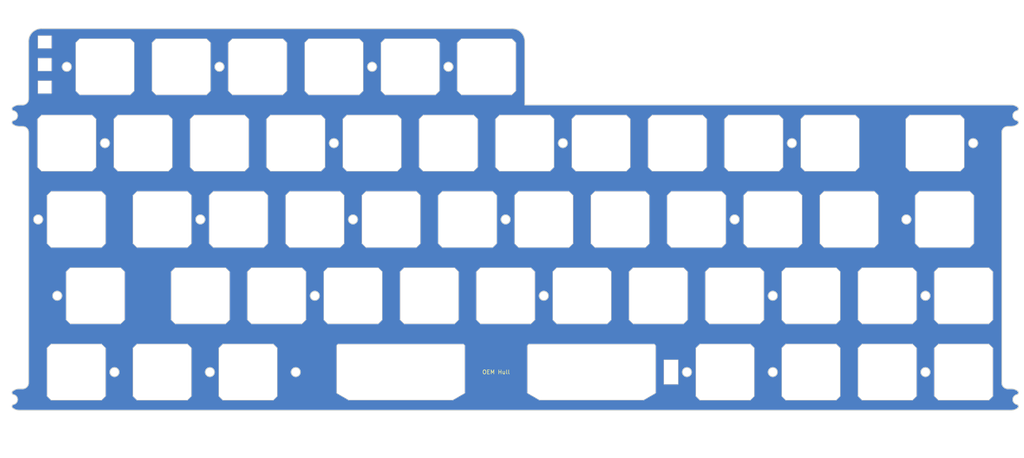
<source format=kicad_pcb>
(kicad_pcb (version 20240108) (generator "pcbnew") (generator_version "8.0")
  (layers (0 "F.Cu" signal) (31 "B.Cu" signal) (34 "B.Paste" user) (35 "F.Paste" user) (36 "B.SilkS" user "B.Silkscreen") (37 "F.SilkS" user "F.Silkscreen") (38 "B.Mask" user) (39 "F.Mask" user) (44 "Edge.Cuts" user))
  (net 0 "")
  (net 1 "GND")
  (footprint "cipulot_parts:ecs_plate_cut_1U" (layer "F.Cu") (at 242.8875 115.8875)
    (property "Reference" "REF**")
    (property "Value" "Value " (hide yes))
    (fp_line (start -7.3 -6) (end -7.3 6) (stroke (width 0.12)) (layer "Edge.Cuts"))
    (fp_line (start -7.3 6) (end -6.3 7) (stroke (width 0.12)) (layer "Edge.Cuts"))
    (fp_line (start -6.3 -7) (end -7.3 -6) (stroke (width 0.12)) (layer "Edge.Cuts"))
    (fp_line (start -6.3 7) (end 6.3 7) (stroke (width 0.12)) (layer "Edge.Cuts"))
    (fp_line (start 6.3 -7) (end -6.3 -7) (stroke (width 0.12)) (layer "Edge.Cuts"))
    (fp_line (start 6.3 -7) (end 7.3 -6) (stroke (width 0.12)) (layer "Edge.Cuts"))
    (fp_line (start 6.3 7) (end 7.3 6) (stroke (width 0.12)) (layer "Edge.Cuts"))
    (fp_line (start 7.3 6) (end 7.3 -6) (stroke (width 0.12)) (layer "Edge.Cuts"))
  )
  (footprint "cipulot_parts:ecs_plate_cut_1U" (layer "F.Cu") (at 45.24375 115.8875)
    (property "Reference" "REF**")
    (property "Value" "Value " (hide yes))
    (fp_line (start -7.3 -6) (end -7.3 6) (stroke (width 0.12)) (layer "Edge.Cuts"))
    (fp_line (start -7.3 6) (end -6.3 7) (stroke (width 0.12)) (layer "Edge.Cuts"))
    (fp_line (start -6.3 -7) (end -7.3 -6) (stroke (width 0.12)) (layer "Edge.Cuts"))
    (fp_line (start -6.3 7) (end 6.3 7) (stroke (width 0.12)) (layer "Edge.Cuts"))
    (fp_line (start 6.3 -7) (end -6.3 -7) (stroke (width 0.12)) (layer "Edge.Cuts"))
    (fp_line (start 6.3 -7) (end 7.3 -6) (stroke (width 0.12)) (layer "Edge.Cuts"))
    (fp_line (start 6.3 7) (end 7.3 6) (stroke (width 0.12)) (layer "Edge.Cuts"))
    (fp_line (start 7.3 6) (end 7.3 -6) (stroke (width 0.12)) (layer "Edge.Cuts"))
  )
  (footprint "cipulot_parts:ecs_plate_cut_1U" (layer "F.Cu") (at 190.5 77.7875)
    (property "Reference" "REF**")
    (property "Value" "Value " (hide yes))
    (fp_line (start -7.3 -6) (end -7.3 6) (stroke (width 0.12)) (layer "Edge.Cuts"))
    (fp_line (start -7.3 6) (end -6.3 7) (stroke (width 0.12)) (layer "Edge.Cuts"))
    (fp_line (start -6.3 -7) (end -7.3 -6) (stroke (width 0.12)) (layer "Edge.Cuts"))
    (fp_line (start -6.3 7) (end 6.3 7) (stroke (width 0.12)) (layer "Edge.Cuts"))
    (fp_line (start 6.3 -7) (end -6.3 -7) (stroke (width 0.12)) (layer "Edge.Cuts"))
    (fp_line (start 6.3 -7) (end 7.3 -6) (stroke (width 0.12)) (layer "Edge.Cuts"))
    (fp_line (start 6.3 7) (end 7.3 6) (stroke (width 0.12)) (layer "Edge.Cuts"))
    (fp_line (start 7.3 6) (end 7.3 -6) (stroke (width 0.12)) (layer "Edge.Cuts"))
  )
  (footprint "cipulot_parts:ecs_plate_cut_1U" (layer "F.Cu") (at 261.9375 134.9375)
    (property "Reference" "REF**")
    (property "Value" "Value " (hide yes))
    (fp_line (start -7.3 -6) (end -7.3 6) (stroke (width 0.12)) (layer "Edge.Cuts"))
    (fp_line (start -7.3 6) (end -6.3 7) (stroke (width 0.12)) (layer "Edge.Cuts"))
    (fp_line (start -6.3 -7) (end -7.3 -6) (stroke (width 0.12)) (layer "Edge.Cuts"))
    (fp_line (start -6.3 7) (end 6.3 7) (stroke (width 0.12)) (layer "Edge.Cuts"))
    (fp_line (start 6.3 -7) (end -6.3 -7) (stroke (width 0.12)) (layer "Edge.Cuts"))
    (fp_line (start 6.3 -7) (end 7.3 -6) (stroke (width 0.12)) (layer "Edge.Cuts"))
    (fp_line (start 6.3 7) (end 7.3 6) (stroke (width 0.12)) (layer "Edge.Cuts"))
    (fp_line (start 7.3 6) (end 7.3 -6) (stroke (width 0.12)) (layer "Edge.Cuts"))
  )
  (footprint "cipulot_parts:ecs_plate_cut_1U" (layer "F.Cu") (at 123.825 58.7375)
    (property "Reference" "REF**")
    (property "Value" "Value " (hide yes))
    (fp_line (start -7.3 -6) (end -7.3 6) (stroke (width 0.12)) (layer "Edge.Cuts"))
    (fp_line (start -7.3 6) (end -6.3 7) (stroke (width 0.12)) (layer "Edge.Cuts"))
    (fp_line (start -6.3 -7) (end -7.3 -6) (stroke (width 0.12)) (layer "Edge.Cuts"))
    (fp_line (start -6.3 7) (end 6.3 7) (stroke (width 0.12)) (layer "Edge.Cuts"))
    (fp_line (start 6.3 -7) (end -6.3 -7) (stroke (width 0.12)) (layer "Edge.Cuts"))
    (fp_line (start 6.3 -7) (end 7.3 -6) (stroke (width 0.12)) (layer "Edge.Cuts"))
    (fp_line (start 6.3 7) (end 7.3 6) (stroke (width 0.12)) (layer "Edge.Cuts"))
    (fp_line (start 7.3 6) (end 7.3 -6) (stroke (width 0.12)) (layer "Edge.Cuts"))
  )
  (footprint "cipulot_parts:ecs_plate_cut_1U" (layer "F.Cu") (at 261.9375 115.8875)
    (property "Reference" "REF**")
    (property "Value" "Value " (hide yes))
    (fp_line (start -7.3 -6) (end -7.3 6) (stroke (width 0.12)) (layer "Edge.Cuts"))
    (fp_line (start -7.3 6) (end -6.3 7) (stroke (width 0.12)) (layer "Edge.Cuts"))
    (fp_line (start -6.3 -7) (end -7.3 -6) (stroke (width 0.12)) (layer "Edge.Cuts"))
    (fp_line (start -6.3 7) (end 6.3 7) (stroke (width 0.12)) (layer "Edge.Cuts"))
    (fp_line (start 6.3 -7) (end -6.3 -7) (stroke (width 0.12)) (layer "Edge.Cuts"))
    (fp_line (start 6.3 -7) (end 7.3 -6) (stroke (width 0.12)) (layer "Edge.Cuts"))
    (fp_line (start 6.3 7) (end 7.3 6) (stroke (width 0.12)) (layer "Edge.Cuts"))
    (fp_line (start 7.3 6) (end 7.3 -6) (stroke (width 0.12)) (layer "Edge.Cuts"))
  )
  (footprint "cipulot_parts:ecs_plate_cut_1U" (layer "F.Cu") (at 85.725 58.7375)
    (property "Reference" "REF**")
    (property "Value" "Value " (hide yes))
    (fp_line (start -7.3 -6) (end -7.3 6) (stroke (width 0.12)) (layer "Edge.Cuts"))
    (fp_line (start -7.3 6) (end -6.3 7) (stroke (width 0.12)) (layer "Edge.Cuts"))
    (fp_line (start -6.3 -7) (end -7.3 -6) (stroke (width 0.12)) (layer "Edge.Cuts"))
    (fp_line (start -6.3 7) (end 6.3 7) (stroke (width 0.12)) (layer "Edge.Cuts"))
    (fp_line (start 6.3 -7) (end -6.3 -7) (stroke (width 0.12)) (layer "Edge.Cuts"))
    (fp_line (start 6.3 -7) (end 7.3 -6) (stroke (width 0.12)) (layer "Edge.Cuts"))
    (fp_line (start 6.3 7) (end 7.3 6) (stroke (width 0.12)) (layer "Edge.Cuts"))
    (fp_line (start 7.3 6) (end 7.3 -6) (stroke (width 0.12)) (layer "Edge.Cuts"))
  )
  (footprint "cipulot_parts:ecs_plate_cut_1U" (layer "F.Cu") (at 223.8375 115.8875)
    (property "Reference" "REF**")
    (property "Value" "Value " (hide yes))
    (fp_line (start -7.3 -6) (end -7.3 6) (stroke (width 0.12)) (layer "Edge.Cuts"))
    (fp_line (start -7.3 6) (end -6.3 7) (stroke (width 0.12)) (layer "Edge.Cuts"))
    (fp_line (start -6.3 -7) (end -7.3 -6) (stroke (width 0.12)) (layer "Edge.Cuts"))
    (fp_line (start -6.3 7) (end 6.3 7) (stroke (width 0.12)) (layer "Edge.Cuts"))
    (fp_line (start 6.3 -7) (end -6.3 -7) (stroke (width 0.12)) (layer "Edge.Cuts"))
    (fp_line (start 6.3 -7) (end 7.3 -6) (stroke (width 0.12)) (layer "Edge.Cuts"))
    (fp_line (start 6.3 7) (end 7.3 6) (stroke (width 0.12)) (layer "Edge.Cuts"))
    (fp_line (start 7.3 6) (end 7.3 -6) (stroke (width 0.12)) (layer "Edge.Cuts"))
  )
  (footprint "cipulot_parts:ecs_plate_cut_1U" (layer "F.Cu") (at 233.3625 96.8375)
    (property "Reference" "REF**")
    (property "Value" "Value " (hide yes))
    (fp_line (start -7.3 -6) (end -7.3 6) (stroke (width 0.12)) (layer "Edge.Cuts"))
    (fp_line (start -7.3 6) (end -6.3 7) (stroke (width 0.12)) (layer "Edge.Cuts"))
    (fp_line (start -6.3 -7) (end -7.3 -6) (stroke (width 0.12)) (layer "Edge.Cuts"))
    (fp_line (start -6.3 7) (end 6.3 7) (stroke (width 0.12)) (layer "Edge.Cuts"))
    (fp_line (start 6.3 -7) (end -6.3 -7) (stroke (width 0.12)) (layer "Edge.Cuts"))
    (fp_line (start 6.3 -7) (end 7.3 -6) (stroke (width 0.12)) (layer "Edge.Cuts"))
    (fp_line (start 6.3 7) (end 7.3 6) (stroke (width 0.12)) (layer "Edge.Cuts"))
    (fp_line (start 7.3 6) (end 7.3 -6) (stroke (width 0.12)) (layer "Edge.Cuts"))
  )
  (footprint "cipulot_parts:ecs_plate_cut_1U" (layer "F.Cu") (at 61.9125 96.8375)
    (property "Reference" "REF**")
    (property "Value" "Value " (hide yes))
    (fp_line (start -7.3 -6) (end -7.3 6) (stroke (width 0.12)) (layer "Edge.Cuts"))
    (fp_line (start -7.3 6) (end -6.3 7) (stroke (width 0.12)) (layer "Edge.Cuts"))
    (fp_line (start -6.3 -7) (end -7.3 -6) (stroke (width 0.12)) (layer "Edge.Cuts"))
    (fp_line (start -6.3 7) (end 6.3 7) (stroke (width 0.12)) (layer "Edge.Cuts"))
    (fp_line (start 6.3 -7) (end -6.3 -7) (stroke (width 0.12)) (layer "Edge.Cuts"))
    (fp_line (start 6.3 -7) (end 7.3 -6) (stroke (width 0.12)) (layer "Edge.Cuts"))
    (fp_line (start 6.3 7) (end 7.3 6) (stroke (width 0.12)) (layer "Edge.Cuts"))
    (fp_line (start 7.3 6) (end 7.3 -6) (stroke (width 0.12)) (layer "Edge.Cuts"))
  )
  (footprint "cipulot_parts:ecs_plate_cut_1U" (layer "F.Cu") (at 242.8875 134.9375)
    (property "Reference" "REF**")
    (property "Value" "Value " (hide yes))
    (fp_line (start -7.3 -6) (end -7.3 6) (stroke (width 0.12)) (layer "Edge.Cuts"))
    (fp_line (start -7.3 6) (end -6.3 7) (stroke (width 0.12)) (layer "Edge.Cuts"))
    (fp_line (start -6.3 -7) (end -7.3 -6) (stroke (width 0.12)) (layer "Edge.Cuts"))
    (fp_line (start -6.3 7) (end 6.3 7) (stroke (width 0.12)) (layer "Edge.Cuts"))
    (fp_line (start 6.3 -7) (end -6.3 -7) (stroke (width 0.12)) (layer "Edge.Cuts"))
    (fp_line (start 6.3 -7) (end 7.3 -6) (stroke (width 0.12)) (layer "Edge.Cuts"))
    (fp_line (start 6.3 7) (end 7.3 6) (stroke (width 0.12)) (layer "Edge.Cuts"))
    (fp_line (start 7.3 6) (end 7.3 -6) (stroke (width 0.12)) (layer "Edge.Cuts"))
  )
  (footprint "cipulot_parts:ecs_plate_cut_1U" (layer "F.Cu") (at 95.25 77.7875)
    (property "Reference" "REF**")
    (property "Value" "Value " (hide yes))
    (fp_line (start -7.3 -6) (end -7.3 6) (stroke (width 0.12)) (layer "Edge.Cuts"))
    (fp_line (start -7.3 6) (end -6.3 7) (stroke (width 0.12)) (layer "Edge.Cuts"))
    (fp_line (start -6.3 -7) (end -7.3 -6) (stroke (width 0.12)) (layer "Edge.Cuts"))
    (fp_line (start -6.3 7) (end 6.3 7) (stroke (width 0.12)) (layer "Edge.Cuts"))
    (fp_line (start 6.3 -7) (end -6.3 -7) (stroke (width 0.12)) (layer "Edge.Cuts"))
    (fp_line (start 6.3 -7) (end 7.3 -6) (stroke (width 0.12)) (layer "Edge.Cuts"))
    (fp_line (start 6.3 7) (end 7.3 6) (stroke (width 0.12)) (layer "Edge.Cuts"))
    (fp_line (start 7.3 6) (end 7.3 -6) (stroke (width 0.12)) (layer "Edge.Cuts"))
  )
  (footprint "cipulot_parts:ecs_plate_cut_2U" (layer "F.Cu") (at 169.06875 134.9375)
    (property "Reference" "REF**")
    (property "Value" "Value " (hide yes))
    (fp_line (start -16 -6.475) (end -16 5.243) (stroke (width 0.12)) (layer "Edge.Cuts"))
    (fp_line (start -16 5.243) (end -13 6.975) (stroke (width 0.12)) (layer "Edge.Cuts"))
    (fp_line (start -15.5 -6.975) (end 15.5 -6.975) (stroke (width 0.12)) (layer "Edge.Cuts"))
    (fp_line (start 13 6.975) (end -13 6.975) (stroke (width 0.12)) (layer "Edge.Cuts"))
    (fp_line (start 16 -6.475) (end 16 5.243) (stroke (width 0.12)) (layer "Edge.Cuts"))
    (fp_line (start 16 5.243) (end 13 6.975) (stroke (width 0.12)) (layer "Edge.Cuts"))
    (fp_arc (start -16 -6.475) (mid -15.853553 -6.828553) (end -15.5 -6.975) (stroke (width 0.12)) (layer "Edge.Cuts"))
    (fp_arc (start 15.5 -6.975) (mid 15.853553 -6.828553) (end 16 -6.475) (stroke (width 0.12)) (layer "Edge.Cuts"))
  )
  (footprint "cipulot_parts:ecs_plate_cut_1U" (layer "F.Cu") (at 157.1625 96.8375)
    (property "Reference" "REF**")
    (property "Value" "Value " (hide yes))
    (fp_line (start -7.3 -6) (end -7.3 6) (stroke (width 0.12)) (layer "Edge.Cuts"))
    (fp_line (start -7.3 6) (end -6.3 7) (stroke (width 0.12)) (layer "Edge.Cuts"))
    (fp_line (start -6.3 -7) (end -7.3 -6) (stroke (width 0.12)) (layer "Edge.Cuts"))
    (fp_line (start -6.3 7) (end 6.3 7) (stroke (width 0.12)) (layer "Edge.Cuts"))
    (fp_line (start 6.3 -7) (end -6.3 -7) (stroke (width 0.12)) (layer "Edge.Cuts"))
    (fp_line (start 6.3 -7) (end 7.3 -6) (stroke (width 0.12)) (layer "Edge.Cuts"))
    (fp_line (start 6.3 7) (end 7.3 6) (stroke (width 0.12)) (layer "Edge.Cuts"))
    (fp_line (start 7.3 6) (end 7.3 -6) (stroke (width 0.12)) (layer "Edge.Cuts"))
  )
  (footprint "cipulot_parts:ecs_plate_cut_1U" (layer "F.Cu") (at 109.5375 115.8875)
    (property "Reference" "REF**")
    (property "Value" "Value " (hide yes))
    (fp_line (start -7.3 -6) (end -7.3 6) (stroke (width 0.12)) (layer "Edge.Cuts"))
    (fp_line (start -7.3 6) (end -6.3 7) (stroke (width 0.12)) (layer "Edge.Cuts"))
    (fp_line (start -6.3 -7) (end -7.3 -6) (stroke (width 0.12)) (layer "Edge.Cuts"))
    (fp_line (start -6.3 7) (end 6.3 7) (stroke (width 0.12)) (layer "Edge.Cuts"))
    (fp_line (start 6.3 -7) (end -6.3 -7) (stroke (width 0.12)) (layer "Edge.Cuts"))
    (fp_line (start 6.3 -7) (end 7.3 -6) (stroke (width 0.12)) (layer "Edge.Cuts"))
    (fp_line (start 6.3 7) (end 7.3 6) (stroke (width 0.12)) (layer "Edge.Cuts"))
    (fp_line (start 7.3 6) (end 7.3 -6) (stroke (width 0.12)) (layer "Edge.Cuts"))
  )
  (footprint "cipulot_parts:ecs_plate_cut_1U" (layer "F.Cu") (at 176.2125 96.8375)
    (property "Reference" "REF**")
    (property "Value" "Value " (hide yes))
    (fp_line (start -7.3 -6) (end -7.3 6) (stroke (width 0.12)) (layer "Edge.Cuts"))
    (fp_line (start -7.3 6) (end -6.3 7) (stroke (width 0.12)) (layer "Edge.Cuts"))
    (fp_line (start -6.3 -7) (end -7.3 -6) (stroke (width 0.12)) (layer "Edge.Cuts"))
    (fp_line (start -6.3 7) (end 6.3 7) (stroke (width 0.12)) (layer "Edge.Cuts"))
    (fp_line (start 6.3 -7) (end -6.3 -7) (stroke (width 0.12)) (layer "Edge.Cuts"))
    (fp_line (start 6.3 -7) (end 7.3 -6) (stroke (width 0.12)) (layer "Edge.Cuts"))
    (fp_line (start 6.3 7) (end 7.3 6) (stroke (width 0.12)) (layer "Edge.Cuts"))
    (fp_line (start 7.3 6) (end 7.3 -6) (stroke (width 0.12)) (layer "Edge.Cuts"))
  )
  (footprint "cipulot_parts:ecs_plate_cut_1U" (layer "F.Cu") (at 76.2 77.7875)
    (property "Reference" "REF**")
    (property "Value" "Value " (hide yes))
    (fp_line (start -7.3 -6) (end -7.3 6) (stroke (width 0.12)) (layer "Edge.Cuts"))
    (fp_line (start -7.3 6) (end -6.3 7) (stroke (width 0.12)) (layer "Edge.Cuts"))
    (fp_line (start -6.3 -7) (end -7.3 -6) (stroke (width 0.12)) (layer "Edge.Cuts"))
    (fp_line (start -6.3 7) (end 6.3 7) (stroke (width 0.12)) (layer "Edge.Cuts"))
    (fp_line (start 6.3 -7) (end -6.3 -7) (stroke (width 0.12)) (layer "Edge.Cuts"))
    (fp_line (start 6.3 -7) (end 7.3 -6) (stroke (width 0.12)) (layer "Edge.Cuts"))
    (fp_line (start 6.3 7) (end 7.3 6) (stroke (width 0.12)) (layer "Edge.Cuts"))
    (fp_line (start 7.3 6) (end 7.3 -6) (stroke (width 0.12)) (layer "Edge.Cuts"))
  )
  (footprint "cipulot_parts:ecs_plate_cut_1U" (layer "F.Cu") (at 66.675 58.7375)
    (property "Reference" "REF**")
    (property "Value" "Value " (hide yes))
    (fp_line (start -7.3 -6) (end -7.3 6) (stroke (width 0.12)) (layer "Edge.Cuts"))
    (fp_line (start -7.3 6) (end -6.3 7) (stroke (width 0.12)) (layer "Edge.Cuts"))
    (fp_line (start -6.3 -7) (end -7.3 -6) (stroke (width 0.12)) (layer "Edge.Cuts"))
    (fp_line (start -6.3 7) (end 6.3 7) (stroke (width 0.12)) (layer "Edge.Cuts"))
    (fp_line (start 6.3 -7) (end -6.3 -7) (stroke (width 0.12)) (layer "Edge.Cuts"))
    (fp_line (start 6.3 -7) (end 7.3 -6) (stroke (width 0.12)) (layer "Edge.Cuts"))
    (fp_line (start 6.3 7) (end 7.3 6) (stroke (width 0.12)) (layer "Edge.Cuts"))
    (fp_line (start 7.3 6) (end 7.3 -6) (stroke (width 0.12)) (layer "Edge.Cuts"))
  )
  (footprint "cipulot_parts:ecs_plate_cut_2U" (layer "F.Cu") (at 121.44375 134.9375)
    (property "Reference" "REF**")
    (property "Value" "Value " (hide yes))
    (fp_line (start -16 -6.475) (end -16 5.243) (stroke (width 0.12)) (layer "Edge.Cuts"))
    (fp_line (start -16 5.243) (end -13 6.975) (stroke (width 0.12)) (layer "Edge.Cuts"))
    (fp_line (start -15.5 -6.975) (end 15.5 -6.975) (stroke (width 0.12)) (layer "Edge.Cuts"))
    (fp_line (start 13 6.975) (end -13 6.975) (stroke (width 0.12)) (layer "Edge.Cuts"))
    (fp_line (start 16 -6.475) (end 16 5.243) (stroke (width 0.12)) (layer "Edge.Cuts"))
    (fp_line (start 16 5.243) (end 13 6.975) (stroke (width 0.12)) (layer "Edge.Cuts"))
    (fp_arc (start -16 -6.475) (mid -15.853553 -6.828553) (end -15.5 -6.975) (stroke (width 0.12)) (layer "Edge.Cuts"))
    (fp_arc (start 15.5 -6.975) (mid 15.853553 -6.828553) (end 16 -6.475) (stroke (width 0.12)) (layer "Edge.Cuts"))
  )
  (footprint "cipulot_parts:ecs_plate_cut_1U" (layer "F.Cu") (at 128.5875 115.8875)
    (property "Reference" "REF**")
    (property "Value" "Value " (hide yes))
    (fp_line (start -7.3 -6) (end -7.3 6) (stroke (width 0.12)) (layer "Edge.Cuts"))
    (fp_line (start -7.3 6) (end -6.3 7) (stroke (width 0.12)) (layer "Edge.Cuts"))
    (fp_line (start -6.3 -7) (end -7.3 -6) (stroke (width 0.12)) (layer "Edge.Cuts"))
    (fp_line (start -6.3 7) (end 6.3 7) (stroke (width 0.12)) (layer "Edge.Cuts"))
    (fp_line (start 6.3 -7) (end -6.3 -7) (stroke (width 0.12)) (layer "Edge.Cuts"))
    (fp_line (start 6.3 -7) (end 7.3 -6) (stroke (width 0.12)) (layer "Edge.Cuts"))
    (fp_line (start 6.3 7) (end 7.3 6) (stroke (width 0.12)) (layer "Edge.Cuts"))
    (fp_line (start 7.3 6) (end 7.3 -6) (stroke (width 0.12)) (layer "Edge.Cuts"))
  )
  (footprint "cipulot_parts:ecs_plate_cut_1U" (layer "F.Cu") (at 40.48125 134.9375)
    (property "Reference" "REF**")
    (property "Value" "Value " (hide yes))
    (fp_line (start -7.3 -6) (end -7.3 6) (stroke (width 0.12)) (layer "Edge.Cuts"))
    (fp_line (start -7.3 6) (end -6.3 7) (stroke (width 0.12)) (layer "Edge.Cuts"))
    (fp_line (start -6.3 -7) (end -7.3 -6) (stroke (width 0.12)) (layer "Edge.Cuts"))
    (fp_line (start -6.3 7) (end 6.3 7) (stroke (width 0.12)) (layer "Edge.Cuts"))
    (fp_line (start 6.3 -7) (end -6.3 -7) (stroke (width 0.12)) (layer "Edge.Cuts"))
    (fp_line (start 6.3 -7) (end 7.3 -6) (stroke (width 0.12)) (layer "Edge.Cuts"))
    (fp_line (start 6.3 7) (end 7.3 6) (stroke (width 0.12)) (layer "Edge.Cuts"))
    (fp_line (start 7.3 6) (end 7.3 -6) (stroke (width 0.12)) (layer "Edge.Cuts"))
  )
  (footprint "cipulot_parts:ecs_plate_cut_1U" (layer "F.Cu") (at 57.15 77.7875)
    (property "Reference" "REF**")
    (property "Value" "Value " (hide yes))
    (fp_line (start -7.3 -6) (end -7.3 6) (stroke (width 0.12)) (layer "Edge.Cuts"))
    (fp_line (start -7.3 6) (end -6.3 7) (stroke (width 0.12)) (layer "Edge.Cuts"))
    (fp_line (start -6.3 -7) (end -7.3 -6) (stroke (width 0.12)) (layer "Edge.Cuts"))
    (fp_line (start -6.3 7) (end 6.3 7) (stroke (width 0.12)) (layer "Edge.Cuts"))
    (fp_line (start 6.3 -7) (end -6.3 -7) (stroke (width 0.12)) (layer "Edge.Cuts"))
    (fp_line (start 6.3 -7) (end 7.3 -6) (stroke (width 0.12)) (layer "Edge.Cuts"))
    (fp_line (start 6.3 7) (end 7.3 6) (stroke (width 0.12)) (layer "Edge.Cuts"))
    (fp_line (start 7.3 6) (end 7.3 -6) (stroke (width 0.12)) (layer "Edge.Cuts"))
  )
  (footprint "cipulot_parts:ecs_plate_cut_1U" (layer "F.Cu") (at 47.625 58.7375)
    (property "Reference" "REF**")
    (property "Value" "Value " (hide yes))
    (fp_line (start -7.3 -6) (end -7.3 6) (stroke (width 0.12)) (layer "Edge.Cuts"))
    (fp_line (start -7.3 6) (end -6.3 7) (stroke (width 0.12)) (layer "Edge.Cuts"))
    (fp_line (start -6.3 -7) (end -7.3 -6) (stroke (width 0.12)) (layer "Edge.Cuts"))
    (fp_line (start -6.3 7) (end 6.3 7) (stroke (width 0.12)) (layer "Edge.Cuts"))
    (fp_line (start 6.3 -7) (end -6.3 -7) (stroke (width 0.12)) (layer "Edge.Cuts"))
    (fp_line (start 6.3 -7) (end 7.3 -6) (stroke (width 0.12)) (layer "Edge.Cuts"))
    (fp_line (start 6.3 7) (end 7.3 6) (stroke (width 0.12)) (layer "Edge.Cuts"))
    (fp_line (start 7.3 6) (end 7.3 -6) (stroke (width 0.12)) (layer "Edge.Cuts"))
  )
  (footprint "cipulot_parts:ecs_plate_cut_1U" (layer "F.Cu") (at 40.48125 96.8375)
    (property "Reference" "REF**")
    (property "Value" "Value " (hide yes))
    (fp_line (start -7.3 -6) (end -7.3 6) (stroke (width 0.12)) (layer "Edge.Cuts"))
    (fp_line (start -7.3 6) (end -6.3 7) (stroke (width 0.12)) (layer "Edge.Cuts"))
    (fp_line (start -6.3 -7) (end -7.3 -6) (stroke (width 0.12)) (layer "Edge.Cuts"))
    (fp_line (start -6.3 7) (end 6.3 7) (stroke (width 0.12)) (layer "Edge.Cuts"))
    (fp_line (start 6.3 -7) (end -6.3 -7) (stroke (width 0.12)) (layer "Edge.Cuts"))
    (fp_line (start 6.3 -7) (end 7.3 -6) (stroke (width 0.12)) (layer "Edge.Cuts"))
    (fp_line (start 6.3 7) (end 7.3 6) (stroke (width 0.12)) (layer "Edge.Cuts"))
    (fp_line (start 7.3 6) (end 7.3 -6) (stroke (width 0.12)) (layer "Edge.Cuts"))
  )
  (footprint "cipulot_parts:ecs_plate_cut_1U" (layer "F.Cu") (at 171.45 77.7875)
    (property "Reference" "REF**")
    (property "Value" "Value " (hide yes))
    (fp_line (start -7.3 -6) (end -7.3 6) (stroke (width 0.12)) (layer "Edge.Cuts"))
    (fp_line (start -7.3 6) (end -6.3 7) (stroke (width 0.12)) (layer "Edge.Cuts"))
    (fp_line (start -6.3 -7) (end -7.3 -6) (stroke (width 0.12)) (layer "Edge.Cuts"))
    (fp_line (start -6.3 7) (end 6.3 7) (stroke (width 0.12)) (layer "Edge.Cuts"))
    (fp_line (start 6.3 -7) (end -6.3 -7) (stroke (width 0.12)) (layer "Edge.Cuts"))
    (fp_line (start 6.3 -7) (end 7.3 -6) (stroke (width 0.12)) (layer "Edge.Cuts"))
    (fp_line (start 6.3 7) (end 7.3 6) (stroke (width 0.12)) (layer "Edge.Cuts"))
    (fp_line (start 7.3 6) (end 7.3 -6) (stroke (width 0.12)) (layer "Edge.Cuts"))
  )
  (footprint "cipulot_parts:ecs_plate_cut_1U" (layer "F.Cu") (at 100.0125 96.8375)
    (property "Reference" "REF**")
    (property "Value" "Value " (hide yes))
    (fp_line (start -7.3 -6) (end -7.3 6) (stroke (width 0.12)) (layer "Edge.Cuts"))
    (fp_line (start -7.3 6) (end -6.3 7) (stroke (width 0.12)) (layer "Edge.Cuts"))
    (fp_line (start -6.3 -7) (end -7.3 -6) (stroke (width 0.12)) (layer "Edge.Cuts"))
    (fp_line (start -6.3 7) (end 6.3 7) (stroke (width 0.12)) (layer "Edge.Cuts"))
    (fp_line (start 6.3 -7) (end -6.3 -7) (stroke (width 0.12)) (layer "Edge.Cuts"))
    (fp_line (start 6.3 -7) (end 7.3 -6) (stroke (width 0.12)) (layer "Edge.Cuts"))
    (fp_line (start 6.3 7) (end 7.3 6) (stroke (width 0.12)) (layer "Edge.Cuts"))
    (fp_line (start 7.3 6) (end 7.3 -6) (stroke (width 0.12)) (layer "Edge.Cuts"))
  )
  (footprint "cipulot_parts:ecs_plate_cut_1U" (layer "F.Cu") (at 114.3 77.7875)
    (property "Reference" "REF**")
    (property "Value" "Value " (hide yes))
    (fp_line (start -7.3 -6) (end -7.3 6) (stroke (width 0.12)) (layer "Edge.Cuts"))
    (fp_line (start -7.3 6) (end -6.3 7) (stroke (width 0.12)) (layer "Edge.Cuts"))
    (fp_line (start -6.3 -7) (end -7.3 -6) (stroke (width 0.12)) (layer "Edge.Cuts"))
    (fp_line (start -6.3 7) (end 6.3 7) (stroke (width 0.12)) (layer "Edge.Cuts"))
    (fp_line (start 6.3 -7) (end -6.3 -7) (stroke (width 0.12)) (layer "Edge.Cuts"))
    (fp_line (start 6.3 -7) (end 7.3 -6) (stroke (width 0.12)) (layer "Edge.Cuts"))
    (fp_line (start 6.3 7) (end 7.3 6) (stroke (width 0.12)) (layer "Edge.Cuts"))
    (fp_line (start 7.3 6) (end 7.3 -6) (stroke (width 0.12)) (layer "Edge.Cuts"))
  )
  (footprint "cipulot_parts:ecs_plate_cut_1U" (layer "F.Cu") (at 204.7875 115.8875)
    (property "Reference" "REF**")
    (property "Value" "Value " (hide yes))
    (fp_line (start -7.3 -6) (end -7.3 6) (stroke (width 0.12)) (layer "Edge.Cuts"))
    (fp_line (start -7.3 6) (end -6.3 7) (stroke (width 0.12)) (layer "Edge.Cuts"))
    (fp_line (start -6.3 -7) (end -7.3 -6) (stroke (width 0.12)) (layer "Edge.Cuts"))
    (fp_line (start -6.3 7) (end 6.3 7) (stroke (width 0.12)) (layer "Edge.Cuts"))
    (fp_line (start 6.3 -7) (end -6.3 -7) (stroke (width 0.12)) (layer "Edge.Cuts"))
    (fp_line (start 6.3 -7) (end 7.3 -6) (stroke (width 0.12)) (layer "Edge.Cuts"))
    (fp_line (start 6.3 7) (end 7.3 6) (stroke (width 0.12)) (layer "Edge.Cuts"))
    (fp_line (start 7.3 6) (end 7.3 -6) (stroke (width 0.12)) (layer "Edge.Cuts"))
  )
  (footprint "cipulot_parts:ecs_plate_cut_1U" (layer "F.Cu") (at 80.9625 96.8375)
    (property "Reference" "REF**")
    (property "Value" "Value " (hide yes))
    (fp_line (start -7.3 -6) (end -7.3 6) (stroke (width 0.12)) (layer "Edge.Cuts"))
    (fp_line (start -7.3 6) (end -6.3 7) (stroke (width 0.12)) (layer "Edge.Cuts"))
    (fp_line (start -6.3 -7) (end -7.3 -6) (stroke (width 0.12)) (layer "Edge.Cuts"))
    (fp_line (start -6.3 7) (end 6.3 7) (stroke (width 0.12)) (layer "Edge.Cuts"))
    (fp_line (start 6.3 -7) (end -6.3 -7) (stroke (width 0.12)) (layer "Edge.Cuts"))
    (fp_line (start 6.3 -7) (end 7.3 -6) (stroke (width 0.12)) (layer "Edge.Cuts"))
    (fp_line (start 6.3 7) (end 7.3 6) (stroke (width 0.12)) (layer "Edge.Cuts"))
    (fp_line (start 7.3 6) (end 7.3 -6) (stroke (width 0.12)) (layer "Edge.Cuts"))
  )
  (footprint "cipulot_parts:ecs_plate_cut_1U" (layer "F.Cu") (at 83.34375 134.9375)
    (property "Reference" "REF**")
    (property "Value" "Value " (hide yes))
    (fp_line (start -7.3 -6) (end -7.3 6) (stroke (width 0.12)) (layer "Edge.Cuts"))
    (fp_line (start -7.3 6) (end -6.3 7) (stroke (width 0.12)) (layer "Edge.Cuts"))
    (fp_line (start -6.3 -7) (end -7.3 -6) (stroke (width 0.12)) (layer "Edge.Cuts"))
    (fp_line (start -6.3 7) (end 6.3 7) (stroke (width 0.12)) (layer "Edge.Cuts"))
    (fp_line (start 6.3 -7) (end -6.3 -7) (stroke (width 0.12)) (layer "Edge.Cuts"))
    (fp_line (start 6.3 -7) (end 7.3 -6) (stroke (width 0.12)) (layer "Edge.Cuts"))
    (fp_line (start 6.3 7) (end 7.3 6) (stroke (width 0.12)) (layer "Edge.Cuts"))
    (fp_line (start 7.3 6) (end 7.3 -6) (stroke (width 0.12)) (layer "Edge.Cuts"))
  )
  (footprint "cipulot_parts:ecs_plate_cut_1U" (layer "F.Cu") (at 214.3125 96.8375)
    (property "Reference" "REF**")
    (property "Value" "Value " (hide yes))
    (fp_line (start -7.3 -6) (end -7.3 6) (stroke (width 0.12)) (layer "Edge.Cuts"))
    (fp_line (start -7.3 6) (end -6.3 7) (stroke (width 0.12)) (layer "Edge.Cuts"))
    (fp_line (start -6.3 -7) (end -7.3 -6) (stroke (width 0.12)) (layer "Edge.Cuts"))
    (fp_line (start -6.3 7) (end 6.3 7) (stroke (width 0.12)) (layer "Edge.Cuts"))
    (fp_line (start 6.3 -7) (end -6.3 -7) (stroke (width 0.12)) (layer "Edge.Cuts"))
    (fp_line (start 6.3 -7) (end 7.3 -6) (stroke (width 0.12)) (layer "Edge.Cuts"))
    (fp_line (start 6.3 7) (end 7.3 6) (stroke (width 0.12)) (layer "Edge.Cuts"))
    (fp_line (start 7.3 6) (end 7.3 -6) (stroke (width 0.12)) (layer "Edge.Cuts"))
  )
  (footprint "cipulot_parts:ecs_plate_cut_1U" (layer "F.Cu") (at 38.1 77.7875)
    (property "Reference" "REF**")
    (property "Value" "Value " (hide yes))
    (fp_line (start -7.3 -6) (end -7.3 6) (stroke (width 0.12)) (layer "Edge.Cuts"))
    (fp_line (start -7.3 6) (end -6.3 7) (stroke (width 0.12)) (layer "Edge.Cuts"))
    (fp_line (start -6.3 -7) (end -7.3 -6) (stroke (width 0.12)) (layer "Edge.Cuts"))
    (fp_line (start -6.3 7) (end 6.3 7) (stroke (width 0.12)) (layer "Edge.Cuts"))
    (fp_line (start 6.3 -7) (end -6.3 -7) (stroke (width 0.12)) (layer "Edge.Cuts"))
    (fp_line (start 6.3 -7) (end 7.3 -6) (stroke (width 0.12)) (layer "Edge.Cuts"))
    (fp_line (start 6.3 7) (end 7.3 6) (stroke (width 0.12)) (layer "Edge.Cuts"))
    (fp_line (start 7.3 6) (end 7.3 -6) (stroke (width 0.12)) (layer "Edge.Cuts"))
  )
  (footprint "cipulot_parts:ecs_plate_cut_1U" (layer "F.Cu") (at 138.1125 96.8375)
    (property "Reference" "REF**")
    (property "Value" "Value " (hide yes))
    (fp_line (start -7.3 -6) (end -7.3 6) (stroke (width 0.12)) (layer "Edge.Cuts"))
    (fp_line (start -7.3 6) (end -6.3 7) (stroke (width 0.12)) (layer "Edge.Cuts"))
    (fp_line (start -6.3 -7) (end -7.3 -6) (stroke (width 0.12)) (layer "Edge.Cuts"))
    (fp_line (start -6.3 7) (end 6.3 7) (stroke (width 0.12)) (layer "Edge.Cuts"))
    (fp_line (start 6.3 -7) (end -6.3 -7) (stroke (width 0.12)) (layer "Edge.Cuts"))
    (fp_line (start 6.3 -7) (end 7.3 -6) (stroke (width 0.12)) (layer "Edge.Cuts"))
    (fp_line (start 6.3 7) (end 7.3 6) (stroke (width 0.12)) (layer "Edge.Cuts"))
    (fp_line (start 7.3 6) (end 7.3 -6) (stroke (width 0.12)) (layer "Edge.Cuts"))
  )
  (footprint "cipulot_parts:ecs_plate_cut_1U" (layer "F.Cu") (at 202.40625 134.9375)
    (property "Reference" "REF**")
    (property "Value" "Value " (hide yes))
    (fp_line (start -7.3 -6) (end -7.3 6) (stroke (width 0.12)) (layer "Edge.Cuts"))
    (fp_line (start -7.3 6) (end -6.3 7) (stroke (width 0.12)) (layer "Edge.Cuts"))
    (fp_line (start -6.3 -7) (end -7.3 -6) (stroke (width 0.12)) (layer "Edge.Cuts"))
    (fp_line (start -6.3 7) (end 6.3 7) (stroke (width 0.12)) (layer "Edge.Cuts"))
    (fp_line (start 6.3 -7) (end -6.3 -7) (stroke (width 0.12)) (layer "Edge.Cuts"))
    (fp_line (start 6.3 -7) (end 7.3 -6) (stroke (width 0.12)) (layer "Edge.Cuts"))
    (fp_line (start 6.3 7) (end 7.3 6) (stroke (width 0.12)) (layer "Edge.Cuts"))
    (fp_line (start 7.3 6) (end 7.3 -6) (stroke (width 0.12)) (layer "Edge.Cuts"))
  )
  (footprint "cipulot_parts:ecs_plate_cut_1U" (layer "F.Cu") (at 254.79375 77.7875)
    (property "Reference" "REF**")
    (property "Value" "Value " (hide yes))
    (fp_line (start -7.3 -6) (end -7.3 6) (stroke (width 0.12)) (layer "Edge.Cuts"))
    (fp_line (start -7.3 6) (end -6.3 7) (stroke (width 0.12)) (layer "Edge.Cuts"))
    (fp_line (start -6.3 -7) (end -7.3 -6) (stroke (width 0.12)) (layer "Edge.Cuts"))
    (fp_line (start -6.3 7) (end 6.3 7) (stroke (width 0.12)) (layer "Edge.Cuts"))
    (fp_line (start 6.3 -7) (end -6.3 -7) (stroke (width 0.12)) (layer "Edge.Cuts"))
    (fp_line (start 6.3 -7) (end 7.3 -6) (stroke (width 0.12)) (layer "Edge.Cuts"))
    (fp_line (start 6.3 7) (end 7.3 6) (stroke (width 0.12)) (layer "Edge.Cuts"))
    (fp_line (start 7.3 6) (end 7.3 -6) (stroke (width 0.12)) (layer "Edge.Cuts"))
  )
  (footprint "cipulot_parts:ecs_plate_cut_1U" (layer "F.Cu") (at 223.8375 134.9375)
    (property "Reference" "REF**")
    (property "Value" "Value " (hide yes))
    (fp_line (start -7.3 -6) (end -7.3 6) (stroke (width 0.12)) (layer "Edge.Cuts"))
    (fp_line (start -7.3 6) (end -6.3 7) (stroke (width 0.12)) (layer "Edge.Cuts"))
    (fp_line (start -6.3 -7) (end -7.3 -6) (stroke (width 0.12)) (layer "Edge.Cuts"))
    (fp_line (start -6.3 7) (end 6.3 7) (stroke (width 0.12)) (layer "Edge.Cuts"))
    (fp_line (start 6.3 -7) (end -6.3 -7) (stroke (width 0.12)) (layer "Edge.Cuts"))
    (fp_line (start 6.3 -7) (end 7.3 -6) (stroke (width 0.12)) (layer "Edge.Cuts"))
    (fp_line (start 6.3 7) (end 7.3 6) (stroke (width 0.12)) (layer "Edge.Cuts"))
    (fp_line (start 7.3 6) (end 7.3 -6) (stroke (width 0.12)) (layer "Edge.Cuts"))
  )
  (footprint "cipulot_parts:ecs_plate_cut_1U" (layer "F.Cu") (at 209.55 77.7875)
    (property "Reference" "REF**")
    (property "Value" "Value " (hide yes))
    (fp_line (start -7.3 -6) (end -7.3 6) (stroke (width 0.12)) (layer "Edge.Cuts"))
    (fp_line (start -7.3 6) (end -6.3 7) (stroke (width 0.12)) (layer "Edge.Cuts"))
    (fp_line (start -6.3 -7) (end -7.3 -6) (stroke (width 0.12)) (layer "Edge.Cuts"))
    (fp_line (start -6.3 7) (end 6.3 7) (stroke (width 0.12)) (layer "Edge.Cuts"))
    (fp_line (start 6.3 -7) (end -6.3 -7) (stroke (width 0.12)) (layer "Edge.Cuts"))
    (fp_line (start 6.3 -7) (end 7.3 -6) (stroke (width 0.12)) (layer "Edge.Cuts"))
    (fp_line (start 6.3 7) (end 7.3 6) (stroke (width 0.12)) (layer "Edge.Cuts"))
    (fp_line (start 7.3 6) (end 7.3 -6) (stroke (width 0.12)) (layer "Edge.Cuts"))
  )
  (footprint "cipulot_parts:ecs_plate_cut_1U" (layer "F.Cu") (at 195.2625 96.8375)
    (property "Reference" "REF**")
    (property "Value" "Value " (hide yes))
    (fp_line (start -7.3 -6) (end -7.3 6) (stroke (width 0.12)) (layer "Edge.Cuts"))
    (fp_line (start -7.3 6) (end -6.3 7) (stroke (width 0.12)) (layer "Edge.Cuts"))
    (fp_line (start -6.3 -7) (end -7.3 -6) (stroke (width 0.12)) (layer "Edge.Cuts"))
    (fp_line (start -6.3 7) (end 6.3 7) (stroke (width 0.12)) (layer "Edge.Cuts"))
    (fp_line (start 6.3 -7) (end -6.3 -7) (stroke (width 0.12)) (layer "Edge.Cuts"))
    (fp_line (start 6.3 -7) (end 7.3 -6) (stroke (width 0.12)) (layer "Edge.Cuts"))
    (fp_line (start 6.3 7) (end 7.3 6) (stroke (width 0.12)) (layer "Edge.Cuts"))
    (fp_line (start 7.3 6) (end 7.3 -6) (stroke (width 0.12)) (layer "Edge.Cuts"))
  )
  (footprint "cipulot_parts:ecs_plate_cut_1U" (layer "F.Cu") (at 185.7375 115.8875)
    (property "Reference" "REF**")
    (property "Value" "Value " (hide yes))
    (fp_line (start -7.3 -6) (end -7.3 6) (stroke (width 0.12)) (layer "Edge.Cuts"))
    (fp_line (start -7.3 6) (end -6.3 7) (stroke (width 0.12)) (layer "Edge.Cuts"))
    (fp_line (start -6.3 -7) (end -7.3 -6) (stroke (width 0.12)) (layer "Edge.Cuts"))
    (fp_line (start -6.3 7) (end 6.3 7) (stroke (width 0.12)) (layer "Edge.Cuts"))
    (fp_line (start 6.3 -7) (end -6.3 -7) (stroke (width 0.12)) (layer "Edge.Cuts"))
    (fp_line (start 6.3 -7) (end 7.3 -6) (stroke (width 0.12)) (layer "Edge.Cuts"))
    (fp_line (start 6.3 7) (end 7.3 6) (stroke (width 0.12)) (layer "Edge.Cuts"))
    (fp_line (start 7.3 6) (end 7.3 -6) (stroke (width 0.12)) (layer "Edge.Cuts"))
  )
  (footprint "cipulot_parts:ecs_plate_cut_1U" (layer "F.Cu") (at 61.9125 134.9375)
    (property "Reference" "REF**")
    (property "Value" "Value " (hide yes))
    (fp_line (start -7.3 -6) (end -7.3 6) (stroke (width 0.12)) (layer "Edge.Cuts"))
    (fp_line (start -7.3 6) (end -6.3 7) (stroke (width 0.12)) (layer "Edge.Cuts"))
    (fp_line (start -6.3 -7) (end -7.3 -6) (stroke (width 0.12)) (layer "Edge.Cuts"))
    (fp_line (start -6.3 7) (end 6.3 7) (stroke (width 0.12)) (layer "Edge.Cuts"))
    (fp_line (start 6.3 -7) (end -6.3 -7) (stroke (width 0.12)) (layer "Edge.Cuts"))
    (fp_line (start 6.3 -7) (end 7.3 -6) (stroke (width 0.12)) (layer "Edge.Cuts"))
    (fp_line (start 6.3 7) (end 7.3 6) (stroke (width 0.12)) (layer "Edge.Cuts"))
    (fp_line (start 7.3 6) (end 7.3 -6) (stroke (width 0.12)) (layer "Edge.Cuts"))
  )
  (footprint "cipulot_parts:ecs_plate_cut_1U" (layer "F.Cu") (at 147.6375 115.8875)
    (property "Reference" "REF**")
    (property "Value" "Value " (hide yes))
    (fp_line (start -7.3 -6) (end -7.3 6) (stroke (width 0.12)) (layer "Edge.Cuts"))
    (fp_line (start -7.3 6) (end -6.3 7) (stroke (width 0.12)) (layer "Edge.Cuts"))
    (fp_line (start -6.3 -7) (end -7.3 -6) (stroke (width 0.12)) (layer "Edge.Cuts"))
    (fp_line (start -6.3 7) (end 6.3 7) (stroke (width 0.12)) (layer "Edge.Cuts"))
    (fp_line (start 6.3 -7) (end -6.3 -7) (stroke (width 0.12)) (layer "Edge.Cuts"))
    (fp_line (start 6.3 -7) (end 7.3 -6) (stroke (width 0.12)) (layer "Edge.Cuts"))
    (fp_line (start 6.3 7) (end 7.3 6) (stroke (width 0.12)) (layer "Edge.Cuts"))
    (fp_line (start 7.3 6) (end 7.3 -6) (stroke (width 0.12)) (layer "Edge.Cuts"))
  )
  (footprint "cipulot_parts:ecs_plate_cut_1U" (layer "F.Cu") (at 119.0625 96.8375)
    (property "Reference" "REF**")
    (property "Value" "Value " (hide yes))
    (fp_line (start -7.3 -6) (end -7.3 6) (stroke (width 0.12)) (layer "Edge.Cuts"))
    (fp_line (start -7.3 6) (end -6.3 7) (stroke (width 0.12)) (layer "Edge.Cuts"))
    (fp_line (start -6.3 -7) (end -7.3 -6) (stroke (width 0.12)) (layer "Edge.Cuts"))
    (fp_line (start -6.3 7) (end 6.3 7) (stroke (width 0.12)) (layer "Edge.Cuts"))
    (fp_line (start 6.3 -7) (end -6.3 -7) (stroke (width 0.12)) (layer "Edge.Cuts"))
    (fp_line (start 6.3 -7) (end 7.3 -6) (stroke (width 0.12)) (layer "Edge.Cuts"))
    (fp_line (start 6.3 7) (end 7.3 6) (stroke (width 0.12)) (layer "Edge.Cuts"))
    (fp_line (start 7.3 6) (end 7.3 -6) (stroke (width 0.12)) (layer "Edge.Cuts"))
  )
  (footprint "cipulot_parts:ecs_plate_cut_1U" (layer "F.Cu") (at 152.4 77.7875)
    (property "Reference" "REF**")
    (property "Value" "Value " (hide yes))
    (fp_line (start -7.3 -6) (end -7.3 6) (stroke (width 0.12)) (layer "Edge.Cuts"))
    (fp_line (start -7.3 6) (end -6.3 7) (stroke (width 0.12)) (layer "Edge.Cuts"))
    (fp_line (start -6.3 -7) (end -7.3 -6) (stroke (width 0.12)) (layer "Edge.Cuts"))
    (fp_line (start -6.3 7) (end 6.3 7) (stroke (width 0.12)) (layer "Edge.Cuts"))
    (fp_line (start 6.3 -7) (end -6.3 -7) (stroke (width 0.12)) (layer "Edge.Cuts"))
    (fp_line (start 6.3 -7) (end 7.3 -6) (stroke (width 0.12)) (layer "Edge.Cuts"))
    (fp_line (start 6.3 7) (end 7.3 6) (stroke (width 0.12)) (layer "Edge.Cuts"))
    (fp_line (start 7.3 6) (end 7.3 -6) (stroke (width 0.12)) (layer "Edge.Cuts"))
  )
  (footprint "cipulot_parts:ecs_plate_cut_1U" (layer "F.Cu") (at 90.4875 115.8875)
    (property "Reference" "REF**")
    (property "Value" "Value " (hide yes))
    (fp_line (start -7.3 -6) (end -7.3 6) (stroke (width 0.12)) (layer "Edge.Cuts"))
    (fp_line (start -7.3 6) (end -6.3 7) (stroke (width 0.12)) (layer "Edge.Cuts"))
    (fp_line (start -6.3 -7) (end -7.3 -6) (stroke (width 0.12)) (layer "Edge.Cuts"))
    (fp_line (start -6.3 7) (end 6.3 7) (stroke (width 0.12)) (layer "Edge.Cuts"))
    (fp_line (start 6.3 -7) (end -6.3 -7) (stroke (width 0.12)) (layer "Edge.Cuts"))
    (fp_line (start 6.3 -7) (end 7.3 -6) (stroke (width 0.12)) (layer "Edge.Cuts"))
    (fp_line (start 6.3 7) (end 7.3 6) (stroke (width 0.12)) (layer "Edge.Cuts"))
    (fp_line (start 7.3 6) (end 7.3 -6) (stroke (width 0.12)) (layer "Edge.Cuts"))
  )
  (footprint "cipulot_parts:ecs_plate_cut_1U" (layer "F.Cu") (at 257.175 96.8375)
    (property "Reference" "REF**")
    (property "Value" "Value " (hide yes))
    (fp_line (start -7.3 -6) (end -7.3 6) (stroke (width 0.12)) (layer "Edge.Cuts"))
    (fp_line (start -7.3 6) (end -6.3 7) (stroke (width 0.12)) (layer "Edge.Cuts"))
    (fp_line (start -6.3 -7) (end -7.3 -6) (stroke (width 0.12)) (layer "Edge.Cuts"))
    (fp_line (start -6.3 7) (end 6.3 7) (stroke (width 0.12)) (layer "Edge.Cuts"))
    (fp_line (start 6.3 -7) (end -6.3 -7) (stroke (width 0.12)) (layer "Edge.Cuts"))
    (fp_line (start 6.3 -7) (end 7.3 -6) (stroke (width 0.12)) (layer "Edge.Cuts"))
    (fp_line (start 6.3 7) (end 7.3 6) (stroke (width 0.12)) (layer "Edge.Cuts"))
    (fp_line (start 7.3 6) (end 7.3 -6) (stroke (width 0.12)) (layer "Edge.Cuts"))
  )
  (footprint "cipulot_parts:ecs_plate_cut_1U" (layer "F.Cu") (at 166.6875 115.8875)
    (property "Reference" "REF**")
    (property "Value" "Value " (hide yes))
    (fp_line (start -7.3 -6) (end -7.3 6) (stroke (width 0.12)) (layer "Edge.Cuts"))
    (fp_line (start -7.3 6) (end -6.3 7) (stroke (width 0.12)) (layer "Edge.Cuts"))
    (fp_line (start -6.3 -7) (end -7.3 -6) (stroke (width 0.12)) (layer "Edge.Cuts"))
    (fp_line (start -6.3 7) (end 6.3 7) (stroke (width 0.12)) (layer "Edge.Cuts"))
    (fp_line (start 6.3 -7) (end -6.3 -7) (stroke (width 0.12)) (layer "Edge.Cuts"))
    (fp_line (start 6.3 -7) (end 7.3 -6) (stroke (width 0.12)) (layer "Edge.Cuts"))
    (fp_line (start 6.3 7) (end 7.3 6) (stroke (width 0.12)) (layer "Edge.Cuts"))
    (fp_line (start 7.3 6) (end 7.3 -6) (stroke (width 0.12)) (layer "Edge.Cuts"))
  )
  (footprint "cipulot_parts:ecs_plate_cut_1U" (layer "F.Cu") (at 104.775 58.7375)
    (property "Reference" "REF**")
    (property "Value" "Value " (hide yes))
    (fp_line (start -7.3 -6) (end -7.3 6) (stroke (width 0.12)) (layer "Edge.Cuts"))
    (fp_line (start -7.3 6) (end -6.3 7) (stroke (width 0.12)) (layer "Edge.Cuts"))
    (fp_line (start -6.3 -7) (end -7.3 -6) (stroke (width 0.12)) (layer "Edge.Cuts"))
    (fp_line (start -6.3 7) (end 6.3 7) (stroke (width 0.12)) (layer "Edge.Cuts"))
    (fp_line (start 6.3 -7) (end -6.3 -7) (stroke (width 0.12)) (layer "Edge.Cuts"))
    (fp_line (start 6.3 -7) (end 7.3 -6) (stroke (width 0.12)) (layer "Edge.Cuts"))
    (fp_line (start 6.3 7) (end 7.3 6) (stroke (width 0.12)) (layer "Edge.Cuts"))
    (fp_line (start 7.3 6) (end 7.3 -6) (stroke (width 0.12)) (layer "Edge.Cuts"))
  )
  (footprint "cipulot_parts:ecs_plate_cut_1U" (layer "F.Cu") (at 133.35 77.7875)
    (property "Reference" "REF**")
    (property "Value" "Value " (hide yes))
    (fp_line (start -7.3 -6) (end -7.3 6) (stroke (width 0.12)) (layer "Edge.Cuts"))
    (fp_line (start -7.3 6) (end -6.3 7) (stroke (width 0.12)) (layer "Edge.Cuts"))
    (fp_line (start -6.3 -7) (end -7.3 -6) (stroke (width 0.12)) (layer "Edge.Cuts"))
    (fp_line (start -6.3 7) (end 6.3 7) (stroke (width 0.12)) (layer "Edge.Cuts"))
    (fp_line (start 6.3 -7) (end -6.3 -7) (stroke (width 0.12)) (layer "Edge.Cuts"))
    (fp_line (start 6.3 -7) (end 7.3 -6) (stroke (width 0.12)) (layer "Edge.Cuts"))
    (fp_line (start 6.3 7) (end 7.3 6) (stroke (width 0.12)) (layer "Edge.Cuts"))
    (fp_line (start 7.3 6) (end 7.3 -6) (stroke (width 0.12)) (layer "Edge.Cuts"))
  )
  (footprint "cipulot_parts:ecs_plate_cut_1U" (layer "F.Cu") (at 228.6 77.7875)
    (property "Reference" "REF**")
    (property "Value" "Value " (hide yes))
    (fp_line (start -7.3 -6) (end -7.3 6) (stroke (width 0.12)) (layer "Edge.Cuts"))
    (fp_line (start -7.3 6) (end -6.3 7) (stroke (width 0.12)) (layer "Edge.Cuts"))
    (fp_line (start -6.3 -7) (end -7.3 -6) (stroke (width 0.12)) (layer "Edge.Cuts"))
    (fp_line (start -6.3 7) (end 6.3 7) (stroke (width 0.12)) (layer "Edge.Cuts"))
    (fp_line (start 6.3 -7) (end -6.3 -7) (stroke (width 0.12)) (layer "Edge.Cuts"))
    (fp_line (start 6.3 -7) (end 7.3 -6) (stroke (width 0.12)) (layer "Edge.Cuts"))
    (fp_line (start 6.3 7) (end 7.3 6) (stroke (width 0.12)) (layer "Edge.Cuts"))
    (fp_line (start 7.3 6) (end 7.3 -6) (stroke (width 0.12)) (layer "Edge.Cuts"))
  )
  (footprint "cipulot_parts:ecs_plate_cut_1U" (layer "F.Cu") (at 71.4375 115.8875)
    (property "Reference" "REF**")
    (property "Value" "Value " (hide yes))
    (fp_line (start -7.3 -6) (end -7.3 6) (stroke (width 0.12)) (layer "Edge.Cuts"))
    (fp_line (start -7.3 6) (end -6.3 7) (stroke (width 0.12)) (layer "Edge.Cuts"))
    (fp_line (start -6.3 -7) (end -7.3 -6) (stroke (width 0.12)) (layer "Edge.Cuts"))
    (fp_line (start -6.3 7) (end 6.3 7) (stroke (width 0.12)) (layer "Edge.Cuts"))
    (fp_line (start 6.3 -7) (end -6.3 -7) (stroke (width 0.12)) (layer "Edge.Cuts"))
    (fp_line (start 6.3 -7) (end 7.3 -6) (stroke (width 0.12)) (layer "Edge.Cuts"))
    (fp_line (start 6.3 7) (end 7.3 6) (stroke (width 0.12)) (layer "Edge.Cuts"))
    (fp_line (start 7.3 6) (end 7.3 -6) (stroke (width 0.12)) (layer "Edge.Cuts"))
  )
  (footprint "cipulot_parts:ecs_plate_cut_1U" (layer "F.Cu") (at 142.875 58.7375)
    (property "Reference" "REF**")
    (property "Value" "Value " (hide yes))
    (fp_line (start -7.3 -6) (end -7.3 6) (stroke (width 0.12)) (layer "Edge.Cuts"))
    (fp_line (start -7.3 6) (end -6.3 7) (stroke (width 0.12)) (layer "Edge.Cuts"))
    (fp_line (start -6.3 -7) (end -7.3 -6) (stroke (width 0.12)) (layer "Edge.Cuts"))
    (fp_line (start -6.3 7) (end 6.3 7) (stroke (width 0.12)) (layer "Edge.Cuts"))
    (fp_line (start 6.3 -7) (end -6.3 -7) (stroke (width 0.12)) (layer "Edge.Cuts"))
    (fp_line (start 6.3 -7) (end 7.3 -6) (stroke (width 0.12)) (layer "Edge.Cuts"))
    (fp_line (start 6.3 7) (end 7.3 6) (stroke (width 0.12)) (layer "Edge.Cuts"))
    (fp_line (start 7.3 6) (end 7.3 -6) (stroke (width 0.12)) (layer "Edge.Cuts"))
  )
  (gr_arc (start 275.429947 73.048896) (mid 274.655728 73.467679) (end 273.7875 73.6125) (stroke (width 0.2)) (layer "Edge.Cuts"))
  (gr_circle (center 100.0125 115.8875) (end 101.1625 115.8875) (stroke (width 0.2)) (fill none) (layer "Edge.Cuts"))
  (gr_arc (start 26.25 73.6125) (mid 25.381771 73.467679) (end 24.607553 73.048896) (stroke (width 0.2)) (layer "Edge.Cuts"))
  (gr_arc (start 28.575 52.3875) (mid 29.504936 50.142436) (end 31.75 49.2125) (stroke (width 0.2)) (layer "Edge.Cuts"))
  (gr_circle (center 47.625 77.7875) (end 48.775 77.7875) (stroke (width 0.2)) (fill none) (layer "Edge.Cuts"))
  (gr_rect (start 30.899001 50.952301) (end 34.298999 54.152701) (stroke (width 0.1)) (fill none) (layer "Edge.Cuts"))
  (gr_circle (center 247.65 96.8375) (end 248.8 96.8375) (stroke (width 0.2)) (fill none) (layer "Edge.Cuts"))
  (gr_line (start 31.75 49.2125) (end 149.225 49.2125) (stroke (width 0.2)) (layer "Edge.Cuts"))
  (gr_line (start 272.9625 73.6125) (end 273.7875 73.6125) (stroke (width 0.2)) (layer "Edge.Cuts"))
  (gr_arc (start 27.075 73.6125) (mid 28.13566 74.05184) (end 28.575 75.1125) (stroke (width 0.2)) (layer "Edge.Cuts"))
  (gr_arc (start 28.575 137.6125) (mid 28.13566 138.67316) (end 27.075 139.1125) (stroke (width 0.2)) (layer "Edge.Cuts"))
  (gr_circle (center 214.3125 134.9375) (end 215.4625 134.9375) (stroke (width 0.2)) (fill none) (layer "Edge.Cuts"))
  (gr_circle (center 73.81875 134.9375) (end 74.96875 134.9375) (stroke (width 0.2)) (fill none) (layer "Edge.Cuts"))
  (gr_circle (center 50.00625 134.9375) (end 51.15625 134.9375) (stroke (width 0.2)) (fill none) (layer "Edge.Cuts"))
  (gr_line (start 28.575 66.7625) (end 28.575 52.3875) (stroke (width 0.2)) (layer "Edge.Cuts"))
  (gr_line (start 273.7875 68.2625) (end 152.4 68.2625) (stroke (width 0.2)) (layer "Edge.Cuts"))
  (gr_circle (center 157.1625 115.8875) (end 158.3125 115.8875) (stroke (width 0.2)) (fill none) (layer "Edge.Cuts"))
  (gr_arc (start 24.607553 73.048896) (mid 24.428051 72.53883) (end 24.817537 72.163745) (stroke (width 0.2)) (layer "Edge.Cuts"))
  (gr_circle (center 30.95625 96.8375) (end 32.10625 96.8375) (stroke (width 0.2)) (fill none) (layer "Edge.Cuts"))
  (gr_arc (start 26.25 144.4625) (mid 25.381771 144.317679) (end 24.607553 143.898896) (stroke (width 0.2)) (layer "Edge.Cuts"))
  (gr_circle (center 161.925 77.7875) (end 163.075 77.7875) (stroke (width 0.2)) (fill none) (layer "Edge.Cuts"))
  (gr_line (start 26.25 73.6125) (end 27.075 73.6125) (stroke (width 0.2)) (layer "Edge.Cuts"))
  (gr_arc (start 275.219963 143.013745) (mid 274.2125 141.7875) (end 275.219963 140.561255) (stroke (width 0.2)) (layer "Edge.Cuts"))
  (gr_circle (center 147.6375 96.8375) (end 148.7875 96.8375) (stroke (width 0.2)) (fill none) (layer "Edge.Cuts"))
  (gr_circle (center 114.3 58.7375) (end 115.45 58.7375) (stroke (width 0.2)) (fill none) (layer "Edge.Cuts"))
  (gr_arc (start 271.4625 75.1125) (mid 271.90184 74.05184) (end 272.9625 73.6125) (stroke (width 0.2)) (layer "Edge.Cuts"))
  (gr_circle (center 35.71875 115.8875) (end 36.86875 115.8875) (stroke (width 0.2)) (fill none) (layer "Edge.Cuts"))
  (gr_arc (start 275.219963 143.013745) (mid 275.609371 143.388817) (end 275.429947 143.898896) (stroke (width 0.2)) (layer "Edge.Cuts"))
  (gr_circle (center 219.075 77.7875) (end 220.225 77.7875) (stroke (width 0.2)) (fill none) (layer "Edge.Cuts"))
  (gr_circle (center 192.88125 134.9375) (end 194.03125 134.9375) (stroke (width 0.2)) (fill none) (layer "Edge.Cuts"))
  (gr_line (start 27.075 68.2625) (end 26.25 68.2625) (stroke (width 0.2)) (layer "Edge.Cuts"))
  (gr_line (start 28.575 137.6125) (end 28.575 75.1125) (stroke (width 0.2)) (layer "Edge.Cuts"))
  (gr_circle (center 204.7875 96.8375) (end 205.9375 96.8375) (stroke (width 0.2)) (fill none) (layer "Edge.Cuts"))
  (gr_rect (start 30.900001 62.204601) (end 34.299999 65.405001) (stroke (width 0.1)) (fill none) (layer "Edge.Cuts"))
  (gr_circle (center 252.4125 134.9375) (end 253.5625 134.9375) (stroke (width 0.2)) (fill none) (layer "Edge.Cuts"))
  (gr_line (start 273.7875 139.1125) (end 272.9625 139.1125) (stroke (width 0.2)) (layer "Edge.Cuts"))
  (gr_arc (start 24.607553 68.826104) (mid 25.381772 68.407321) (end 26.25 68.2625) (stroke (width 0.2)) (layer "Edge.Cuts"))
  (gr_arc (start 275.219963 72.163745) (mid 275.60945 72.538812) (end 275.429947 73.048896) (stroke (width 0.2)) (layer "Edge.Cuts"))
  (gr_circle (center 109.5375 96.8375) (end 110.6875 96.8375) (stroke (width 0.2)) (fill none) (layer "Edge.Cuts"))
  (gr_circle (center 264.31875 77.7875) (end 265.46875 77.7875) (stroke (width 0.2)) (fill none) (layer "Edge.Cuts"))
  (gr_arc (start 273.7875 68.2625) (mid 274.655728 68.407321) (end 275.429947 68.826104) (stroke (width 0.2)) (layer "Edge.Cuts"))
  (gr_rect (start 187.123653 131.867762) (end 190.715197 138.012074) (stroke (width 0.1)) (fill none) (layer "Edge.Cuts"))
  (gr_line (start 271.4625 75.1125) (end 271.4625 137.6125) (stroke (width 0.2)) (layer "Edge.Cuts"))
  (gr_circle (center 38.1 58.7375) (end 39.25 58.7375) (stroke (width 0.2)) (fill none) (layer "Edge.Cuts"))
  (gr_arc (start 275.429947 68.826104) (mid 275.609464 69.336205) (end 275.219963 69.711255) (stroke (width 0.2)) (layer "Edge.Cuts"))
  (gr_arc (start 24.607553 143.898896) (mid 24.428051 143.38883) (end 24.817537 143.013745) (stroke (width 0.2)) (layer "Edge.Cuts"))
  (gr_arc (start 275.219963 72.163745) (mid 274.2125 70.9375) (end 275.219963 69.711255) (stroke (width 0.2)) (layer "Edge.Cuts"))
  (gr_circle (center 71.4375 96.8375) (end 72.5875 96.8375) (stroke (width 0.2)) (fill none) (layer "Edge.Cuts"))
  (gr_arc (start 24.817537 69.711255) (mid 24.428055 69.336169) (end 24.607553 68.826104) (stroke (width 0.2)) (layer "Edge.Cuts"))
  (gr_circle (center 104.775 77.7875) (end 105.925 77.7875) (stroke (width 0.2)) (fill none) (layer "Edge.Cuts"))
  (gr_circle (center 214.3125 115.8875) (end 215.4625 115.8875) (stroke (width 0.2)) (fill none) (layer "Edge.Cuts"))
  (gr_arc (start 24.817537 69.711255) (mid 25.825 70.9375) (end 24.817537 72.163745) (stroke (width 0.2)) (layer "Edge.Cuts"))
  (gr_arc (start 24.607553 139.676104) (mid 25.381772 139.257321) (end 26.25 139.1125) (stroke (width 0.2)) (layer "Edge.Cuts"))
  (gr_arc (start 275.429947 139.676104) (mid 275.609502 140.1862) (end 275.219963 140.561255) (stroke (width 0.2)) (layer "Edge.Cuts"))
  (gr_arc (start 149.225 49.2125) (mid 151.470035 50.142465) (end 152.4 52.3875) (stroke (width 0.2)) (layer "Edge.Cuts"))
  (gr_circle (center 133.35 58.7375) (end 134.5 58.7375) (stroke (width 0.2)) (fill none) (layer "Edge.Cuts"))
  (gr_arc (start 28.575 66.7625) (mid 28.13566 67.82316) (end 27.075 68.2625) (stroke (width 0.2)) (layer "Edge.Cuts"))
  (gr_line (start 152.4 52.3875) (end 152.4 68.2625) (stroke (width 0.2)) (layer "Edge.Cuts"))
  (gr_arc (start 273.7875 139.1125) (mid 274.655728 139.257321) (end 275.429947 139.676104) (stroke (width 0.2)) (layer "Edge.Cuts"))
  (gr_arc (start 24.817537 140.561255) (mid 24.428055 140.186169) (end 24.607553 139.676104) (stroke (width 0.2)) (layer "Edge.Cuts"))
  (gr_arc (start 275.429947 143.898896) (mid 274.655728 144.317679) (end 273.7875 144.4625) (stroke (width 0.2)) (layer "Edge.Cuts"))
  (gr_line (start 27.075 139.1125) (end 26.25 139.1125) (stroke (width 0.2)) (layer "Edge.Cuts"))
  (gr_rect (start 30.899001 56.584801) (end 34.298999 59.785201) (stroke (width 0.1)) (fill none) (layer "Edge.Cuts"))
  (gr_line (start 273.7875 144.4625) (end 26.25 144.4625) (stroke (width 0.2)) (layer "Edge.Cuts"))
  (gr_circle (center 252.4125 115.8875) (end 253.5625 115.8875) (stroke (width 0.2)) (fill none) (layer "Edge.Cuts"))
  (gr_arc (start 24.817537 140.561255) (mid 25.825 141.7875) (end 24.817537 143.013745) (stroke (width 0.2)) (layer "Edge.Cuts"))
  (gr_circle (center 76.2 58.7375) (end 77.35 58.7375) (stroke (width 0.2)) (fill none) (layer "Edge.Cuts"))
  (gr_circle (center 95.25 134.9375) (end 96.4 134.9375) (stroke (width 0.2)) (fill none) (layer "Edge.Cuts"))
  (gr_arc (start 272.9625 139.1125) (mid 271.90184 138.67316) (end 271.4625 137.6125) (stroke (width 0.2)) (layer "Edge.Cuts"))
  (gr_text "OEM Hull" (at 145.25625 134.9375 0) (layer "F.SilkS") (effects (font (size 1 1))))
  (zone (net 1) (net_name "GND") (layers "F&B.Cu") (connect_pads (clearance 0)) (min_thickness 0.025) (fill yes (thermal_gap 0.5) (thermal_bridge_width 0.5))
    (polygon (pts (xy 21.43125 42.06875) (xy 277.01875 42.06875) (xy 277.01875 155.575) (xy 21.43125 156.36875)))
  )
)
</source>
